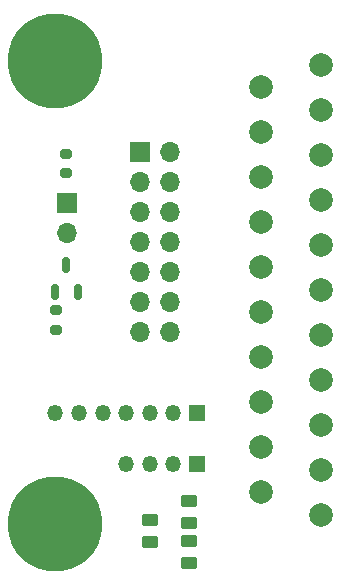
<source format=gbr>
%TF.GenerationSoftware,KiCad,Pcbnew,7.0.8*%
%TF.CreationDate,2024-05-06T13:54:13-04:00*%
%TF.ProjectId,scart breakout,73636172-7420-4627-9265-616b6f75742e,rev?*%
%TF.SameCoordinates,Original*%
%TF.FileFunction,Soldermask,Top*%
%TF.FilePolarity,Negative*%
%FSLAX46Y46*%
G04 Gerber Fmt 4.6, Leading zero omitted, Abs format (unit mm)*
G04 Created by KiCad (PCBNEW 7.0.8) date 2024-05-06 13:54:13*
%MOMM*%
%LPD*%
G01*
G04 APERTURE LIST*
G04 Aperture macros list*
%AMRoundRect*
0 Rectangle with rounded corners*
0 $1 Rounding radius*
0 $2 $3 $4 $5 $6 $7 $8 $9 X,Y pos of 4 corners*
0 Add a 4 corners polygon primitive as box body*
4,1,4,$2,$3,$4,$5,$6,$7,$8,$9,$2,$3,0*
0 Add four circle primitives for the rounded corners*
1,1,$1+$1,$2,$3*
1,1,$1+$1,$4,$5*
1,1,$1+$1,$6,$7*
1,1,$1+$1,$8,$9*
0 Add four rect primitives between the rounded corners*
20,1,$1+$1,$2,$3,$4,$5,0*
20,1,$1+$1,$4,$5,$6,$7,0*
20,1,$1+$1,$6,$7,$8,$9,0*
20,1,$1+$1,$8,$9,$2,$3,0*%
G04 Aperture macros list end*
%ADD10C,8.000000*%
%ADD11C,1.998980*%
%ADD12RoundRect,0.150000X0.150000X-0.512500X0.150000X0.512500X-0.150000X0.512500X-0.150000X-0.512500X0*%
%ADD13R,1.700000X1.700000*%
%ADD14O,1.700000X1.700000*%
%ADD15RoundRect,0.200000X-0.275000X0.200000X-0.275000X-0.200000X0.275000X-0.200000X0.275000X0.200000X0*%
%ADD16R,1.350000X1.350000*%
%ADD17O,1.350000X1.350000*%
%ADD18RoundRect,0.250000X0.450000X-0.262500X0.450000X0.262500X-0.450000X0.262500X-0.450000X-0.262500X0*%
G04 APERTURE END LIST*
D10*
%TO.C,REF\u002A\u002A*%
X16468000Y-55800000D03*
%TD*%
%TO.C,REF\u002A\u002A*%
X16468000Y-16652400D03*
%TD*%
D11*
%TO.C,J1*%
X38938200Y-55041800D03*
X33858200Y-53136800D03*
X38938200Y-51231800D03*
X33858200Y-49326800D03*
X38938200Y-47421800D03*
X33858200Y-45516800D03*
X38938200Y-43611800D03*
X33858200Y-41706800D03*
X38938200Y-39801800D03*
X33858200Y-37896800D03*
X38938200Y-35991800D03*
X33858200Y-34086800D03*
X38938200Y-32181800D03*
X33858200Y-30276800D03*
X38938200Y-28371800D03*
X33858200Y-26466800D03*
X38938200Y-24561800D03*
X33858200Y-22656800D03*
X38938200Y-20751800D03*
X33858200Y-18846800D03*
X38938200Y-16941800D03*
%TD*%
D12*
%TO.C,Q1*%
X16449000Y-36158600D03*
X18349000Y-36158600D03*
X17399000Y-33883600D03*
%TD*%
D13*
%TO.C,J2*%
X17424400Y-28625800D03*
D14*
X17424400Y-31165800D03*
%TD*%
D15*
%TO.C,R2*%
X17399000Y-24473400D03*
X17399000Y-26123400D03*
%TD*%
D16*
%TO.C,J5*%
X28448000Y-50749200D03*
D17*
X26448000Y-50749200D03*
X24448000Y-50749200D03*
X22448000Y-50749200D03*
%TD*%
D16*
%TO.C,J4*%
X28460200Y-46456600D03*
D17*
X26460200Y-46456600D03*
X24460200Y-46456600D03*
X22460200Y-46456600D03*
X20460200Y-46456600D03*
X18460200Y-46456600D03*
X16460200Y-46456600D03*
%TD*%
D15*
%TO.C,R1*%
X16484600Y-37732200D03*
X16484600Y-39382200D03*
%TD*%
D18*
%TO.C,R4*%
X27787600Y-59080400D03*
X27787600Y-57255400D03*
%TD*%
%TO.C,R3*%
X27762200Y-55702200D03*
X27762200Y-53877200D03*
%TD*%
D13*
%TO.C,J3*%
X23647400Y-24358600D03*
D14*
X26187400Y-24358600D03*
X23647400Y-26898600D03*
X26187400Y-26898600D03*
X23647400Y-29438600D03*
X26187400Y-29438600D03*
X23647400Y-31978600D03*
X26187400Y-31978600D03*
X23647400Y-34518600D03*
X26187400Y-34518600D03*
X23647400Y-37058600D03*
X26187400Y-37058600D03*
X23647400Y-39598600D03*
X26187400Y-39598600D03*
%TD*%
D18*
%TO.C,R5*%
X24460200Y-57327800D03*
X24460200Y-55502800D03*
%TD*%
M02*

</source>
